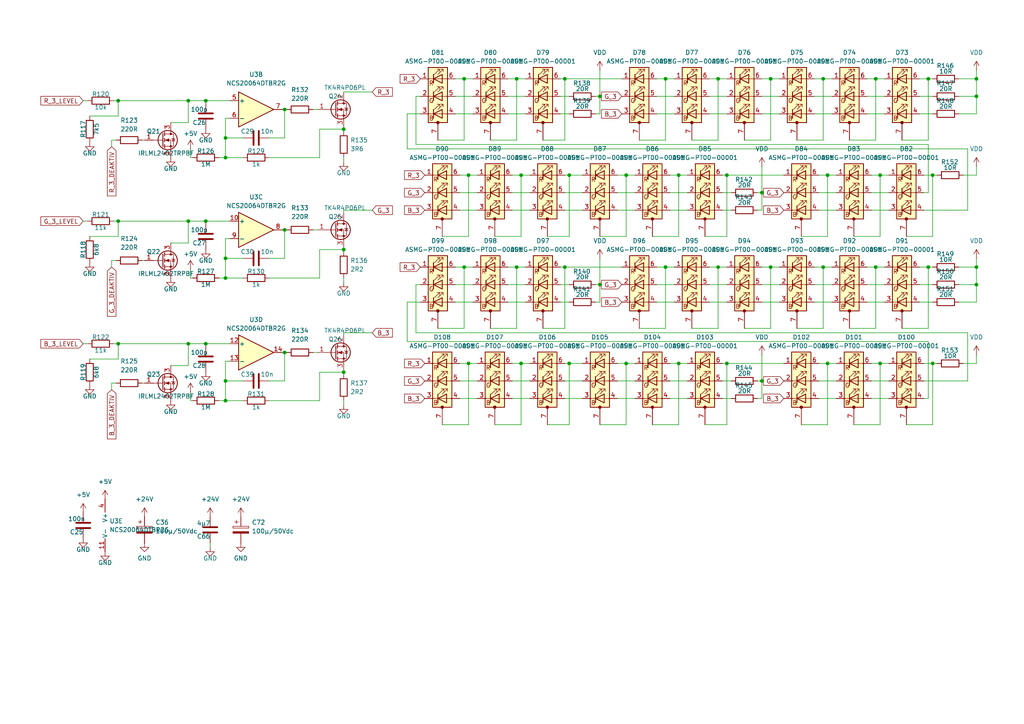
<source format=kicad_sch>
(kicad_sch (version 20250114) (generator "eeschema") (generator_version "9.0")
  (paper "A4")
  (title_block (title "608-Alfactory-Assay-Arena") (date "01.2024") (comment 1 "Optogen Arena RGB LED V1.0") (comment 2 "LED type: ASMG-PT00-00001") (comment 3 "R:625nm, G:525nm, B:460nm, IR:850nm"))
  (junction (at 82.55 102.235))
  (junction (at 223.52 77.47))
  (junction (at 134.62 22.86))
  (junction (at 59.69 64.135))
  (junction (at 151.13 105.41))
  (junction (at 163.83 22.86))
  (junction (at 193.04 22.86))
  (junction (at 210.82 50.8))
  (junction (at 34.29 29.21))
  (junction (at 65.405 116.205))
  (junction (at 193.04 77.47))
  (junction (at 270.51 50.8))
  (junction (at 196.85 50.8))
  (junction (at 240.03 105.41))
  (junction (at 270.51 105.41))
  (junction (at 165.1 50.8))
  (junction (at 238.76 77.47))
  (junction (at 135.89 105.41))
  (junction (at 240.03 50.8))
  (junction (at 208.28 22.86))
  (junction (at 283.21 77.47))
  (junction (at 151.13 50.8))
  (junction (at 283.21 22.86))
  (junction (at 254 77.47))
  (junction (at 82.55 31.75))
  (junction (at 181.61 50.8))
  (junction (at 59.69 99.695))
  (junction (at 134.62 77.47))
  (junction (at 254 22.86))
  (junction (at 173.99 82.55))
  (junction (at 65.405 40.005))
  (junction (at 34.29 64.135))
  (junction (at 173.99 27.94))
  (junction (at 135.89 50.8))
  (junction (at 99.695 107.95))
  (junction (at 220.98 110.49))
  (junction (at 65.405 45.72))
  (junction (at 255.27 105.41))
  (junction (at 54.61 64.135))
  (junction (at 196.85 105.41))
  (junction (at 59.69 29.21))
  (junction (at 208.28 77.47))
  (junction (at 283.21 82.55))
  (junction (at 255.27 50.8))
  (junction (at 210.82 105.41))
  (junction (at 149.86 77.47))
  (junction (at 65.405 80.645))
  (junction (at 238.76 22.86))
  (junction (at 99.695 72.39))
  (junction (at 220.98 55.88))
  (junction (at 269.24 77.47))
  (junction (at 223.52 22.86))
  (junction (at 165.1 105.41))
  (junction (at 99.695 37.465))
  (junction (at 149.86 22.86))
  (junction (at 163.83 77.47))
  (junction (at 283.21 27.94))
  (junction (at 181.61 105.41))
  (junction (at 82.55 66.675))
  (junction (at 54.61 29.21))
  (junction (at 34.29 99.695))
  (junction (at 269.24 22.86))
  (junction (at 65.405 74.93))
  (junction (at 65.405 110.49))
  (junction (at 54.61 99.695))
  (wire (pts (xy 283.21 27.94) (xy 283.21 33.02)))
  (wire (pts (xy 212.09 60.96) (xy 209.55 60.96)))
  (wire (pts (xy 278.13 82.55) (xy 283.21 82.55)))
  (wire (pts (xy 280.67 60.96) (xy 267.97 60.96)))
  (wire (pts (xy 196.85 50.8) (xy 194.31 50.8)))
  (wire (pts (xy 210.82 50.8) (xy 209.55 50.8)))
  (wire (pts (xy 34.29 99.695) (xy 54.61 99.695)))
  (wire (pts (xy 271.78 50.8) (xy 270.51 50.8)))
  (wire (pts (xy 180.34 77.47) (xy 163.83 77.47)))
  (wire (pts (xy 99.695 60.96) (xy 99.695 61.595)))
  (wire (pts (xy 283.21 48.26) (xy 283.21 50.8)))
  (wire (pts (xy 135.89 50.8) (xy 133.35 50.8)))
  (wire (pts (xy 246.38 95.25) (xy 254 95.25)))
  (wire (pts (xy 219.71 115.57) (xy 220.98 115.57)))
  (wire (pts (xy 59.69 99.695) (xy 66.675 99.695)))
  (wire (pts (xy 143.51 68.58) (xy 151.13 68.58)))
  (wire (pts (xy 256.54 77.47) (xy 254 77.47)))
  (wire (pts (xy 257.81 115.57) (xy 252.73 115.57)))
  (wire (pts (xy 59.69 64.135) (xy 66.675 64.135)))
  (wire (pts (xy 269.24 40.64) (xy 269.24 22.86)))
  (wire (pts (xy 241.3 87.63) (xy 236.22 87.63)))
  (wire (pts (xy 32.385 75.565) (xy 33.655 75.565)))
  (wire (pts (xy 210.82 105.41) (xy 209.55 105.41)))
  (wire (pts (xy 34.29 99.695) (xy 33.02 99.695)))
  (wire (pts (xy 199.39 105.41) (xy 196.85 105.41)))
  (wire (pts (xy 283.21 27.94) (xy 283.21 22.86)))
  (wire (pts (xy 70.485 116.205) (xy 65.405 116.205)))
  (wire (pts (xy 270.51 82.55) (xy 266.7 82.55)))
  (wire (pts (xy 70.485 110.49) (xy 65.405 110.49)))
  (wire (pts (xy 280.67 96.52) (xy 280.67 110.49)))
  (wire (pts (xy 137.16 87.63) (xy 132.08 87.63)))
  (wire (pts (xy 121.92 27.94) (xy 120.65 27.94)))
  (wire (pts (xy 99.695 72.39) (xy 99.695 71.755)))
  (wire (pts (xy 168.91 105.41) (xy 165.1 105.41)))
  (wire (pts (xy 121.92 82.55) (xy 120.65 82.55)))
  (wire (pts (xy 242.57 110.49) (xy 237.49 110.49)))
  (wire (pts (xy 63.5 80.645) (xy 65.405 80.645)))
  (wire (pts (xy 280.67 60.96) (xy 280.67 43.18)))
  (wire (pts (xy 208.28 40.64) (xy 208.28 22.86)))
  (wire (pts (xy 219.71 60.96) (xy 220.98 60.96)))
  (wire (pts (xy 99.695 96.52) (xy 107.95 96.52)))
  (wire (pts (xy 199.39 50.8) (xy 196.85 50.8)))
  (wire (pts (xy 270.51 87.63) (xy 266.7 87.63)))
  (wire (pts (xy 173.99 123.19) (xy 181.61 123.19)))
  (wire (pts (xy 262.89 123.19) (xy 270.51 123.19)))
  (wire (pts (xy 34.29 29.21) (xy 33.02 29.21)))
  (wire (pts (xy 70.485 45.72) (xy 65.405 45.72)))
  (wire (pts (xy 165.1 50.8) (xy 165.1 68.58)))
  (wire (pts (xy 181.61 50.8) (xy 179.07 50.8)))
  (wire (pts (xy 54.61 29.21) (xy 59.69 29.21)))
  (wire (pts (xy 138.43 105.41) (xy 135.89 105.41)))
  (wire (pts (xy 54.61 64.135) (xy 59.69 64.135)))
  (wire (pts (xy 223.52 77.47) (xy 223.52 95.25)))
  (wire (pts (xy 78.105 80.645) (xy 92.71 80.645)))
  (wire (pts (xy 184.15 60.96) (xy 179.07 60.96)))
  (wire (pts (xy 242.57 55.88) (xy 237.49 55.88)))
  (wire (pts (xy 165.1 105.41) (xy 163.83 105.41)))
  (wire (pts (xy 240.03 50.8) (xy 237.49 50.8)))
  (wire (pts (xy 60.96 157.48) (xy 60.96 158.75)))
  (wire (pts (xy 153.67 105.41) (xy 151.13 105.41)))
  (wire (pts (xy 199.39 115.57) (xy 194.31 115.57)))
  (wire (pts (xy 168.91 60.96) (xy 163.83 60.96)))
  (wire (pts (xy 184.15 50.8) (xy 181.61 50.8)))
  (wire (pts (xy 223.52 77.47) (xy 220.98 77.47)))
  (wire (pts (xy 271.78 105.41) (xy 270.51 105.41)))
  (wire (pts (xy 81.915 66.675) (xy 82.55 66.675)))
  (wire (pts (xy 269.24 99.06) (xy 118.11 99.06)))
  (wire (pts (xy 153.67 115.57) (xy 148.59 115.57)))
  (wire (pts (xy 134.62 77.47) (xy 132.08 77.47)))
  (wire (pts (xy 81.915 31.75) (xy 82.55 31.75)))
  (wire (pts (xy 196.85 123.19) (xy 196.85 105.41)))
  (wire (pts (xy 173.99 74.93) (xy 173.99 82.55)))
  (wire (pts (xy 215.9 95.25) (xy 223.52 95.25)))
  (wire (pts (xy 143.51 123.19) (xy 151.13 123.19)))
  (wire (pts (xy 92.71 37.465) (xy 99.695 37.465)))
  (wire (pts (xy 65.405 45.72) (xy 65.405 40.005)))
  (wire (pts (xy 118.11 87.63) (xy 118.11 99.06)))
  (wire (pts (xy 189.23 123.19) (xy 196.85 123.19)))
  (wire (pts (xy 138.43 50.8) (xy 135.89 50.8)))
  (wire (pts (xy 204.47 68.58) (xy 210.82 68.58)))
  (wire (pts (xy 90.805 31.75) (xy 92.075 31.75)))
  (wire (pts (xy 270.51 77.47) (xy 269.24 77.47)))
  (wire (pts (xy 241.3 77.47) (xy 238.76 77.47)))
  (wire (pts (xy 241.3 27.94) (xy 236.22 27.94)))
  (wire (pts (xy 215.9 40.64) (xy 223.52 40.64)))
  (wire (pts (xy 204.47 123.19) (xy 210.82 123.19)))
  (wire (pts (xy 199.39 60.96) (xy 194.31 60.96)))
  (wire (pts (xy 168.91 50.8) (xy 165.1 50.8)))
  (wire (pts (xy 168.91 115.57) (xy 163.83 115.57)))
  (wire (pts (xy 257.81 105.41) (xy 255.27 105.41)))
  (wire (pts (xy 26.035 104.14) (xy 34.29 104.14)))
  (wire (pts (xy 153.67 60.96) (xy 148.59 60.96)))
  (wire (pts (xy 24.13 29.21) (xy 25.4 29.21)))
  (wire (pts (xy 168.91 110.49) (xy 163.83 110.49)))
  (wire (pts (xy 152.4 22.86) (xy 149.86 22.86)))
  (wire (pts (xy 163.83 77.47) (xy 162.56 77.47)))
  (wire (pts (xy 152.4 27.94) (xy 147.32 27.94)))
  (wire (pts (xy 65.405 110.49) (xy 65.405 104.775)))
  (wire (pts (xy 41.275 75.565) (xy 41.91 75.565)))
  (wire (pts (xy 120.65 41.91) (xy 269.24 41.91)))
  (wire (pts (xy 120.65 82.55) (xy 120.65 96.52)))
  (wire (pts (xy 107.95 60.96) (xy 99.695 60.96)))
  (wire (pts (xy 163.83 77.47) (xy 163.83 95.25)))
  (wire (pts (xy 59.69 64.135) (xy 59.69 64.77)))
  (wire (pts (xy 254 22.86) (xy 251.46 22.86)))
  (wire (pts (xy 128.27 68.58) (xy 135.89 68.58)))
  (wire (pts (xy 223.52 22.86) (xy 223.52 40.64)))
  (wire (pts (xy 34.29 33.655) (xy 34.29 29.21)))
  (wire (pts (xy 226.06 87.63) (xy 220.98 87.63)))
  (wire (pts (xy 257.81 55.88) (xy 252.73 55.88)))
  (wire (pts (xy 283.21 20.32) (xy 283.21 22.86)))
  (wire (pts (xy 246.38 40.64) (xy 254 40.64)))
  (wire (pts (xy 157.48 95.25) (xy 163.83 95.25)))
  (wire (pts (xy 118.11 33.02) (xy 118.11 43.18)))
  (wire (pts (xy 195.58 27.94) (xy 190.5 27.94)))
  (wire (pts (xy 180.34 22.86) (xy 163.83 22.86)))
  (wire (pts (xy 269.24 77.47) (xy 266.7 77.47)))
  (wire (pts (xy 283.21 22.86) (xy 278.13 22.86)))
  (wire (pts (xy 134.62 40.64) (xy 134.62 22.86)))
  (wire (pts (xy 54.61 35.56) (xy 54.61 29.21)))
  (wire (pts (xy 269.24 95.25) (xy 269.24 77.47)))
  (wire (pts (xy 34.29 104.14) (xy 34.29 99.695)))
  (wire (pts (xy 34.29 64.135) (xy 33.02 64.135)))
  (wire (pts (xy 55.245 116.205) (xy 55.88 116.205)))
  (wire (pts (xy 283.21 102.87) (xy 283.21 105.41)))
  (wire (pts (xy 120.65 96.52) (xy 280.67 96.52)))
  (wire (pts (xy 232.41 123.19) (xy 240.03 123.19)))
  (wire (pts (xy 256.54 87.63) (xy 251.46 87.63)))
  (wire (pts (xy 247.65 68.58) (xy 255.27 68.58)))
  (wire (pts (xy 208.28 95.25) (xy 208.28 77.47)))
  (wire (pts (xy 269.24 41.91) (xy 269.24 55.88)))
  (wire (pts (xy 242.57 50.8) (xy 240.03 50.8)))
  (wire (pts (xy 151.13 68.58) (xy 151.13 50.8)))
  (wire (pts (xy 163.83 22.86) (xy 163.83 40.64)))
  (wire (pts (xy 193.04 40.64) (xy 193.04 22.86)))
  (wire (pts (xy 99.695 108.585) (xy 99.695 107.95)))
  (wire (pts (xy 232.41 68.58) (xy 240.03 68.58)))
  (wire (pts (xy 34.29 29.21) (xy 54.61 29.21)))
  (wire (pts (xy 137.16 77.47) (xy 134.62 77.47)))
  (wire (pts (xy 254 77.47) (xy 251.46 77.47)))
  (wire (pts (xy 78.105 110.49) (xy 82.55 110.49)))
  (wire (pts (xy 270.51 33.02) (xy 266.7 33.02)))
  (wire (pts (xy 165.1 50.8) (xy 163.83 50.8)))
  (wire (pts (xy 184.15 105.41) (xy 181.61 105.41)))
  (wire (pts (xy 26.035 68.58) (xy 34.29 68.58)))
  (wire (pts (xy 280.67 110.49) (xy 267.97 110.49)))
  (wire (pts (xy 269.24 115.57) (xy 267.97 115.57)))
  (wire (pts (xy 152.4 77.47) (xy 149.86 77.47)))
  (wire (pts (xy 92.71 72.39) (xy 99.695 72.39)))
  (wire (pts (xy 65.405 74.93) (xy 65.405 69.215)))
  (wire (pts (xy 151.13 50.8) (xy 148.59 50.8)))
  (wire (pts (xy 220.98 110.49) (xy 219.71 110.49)))
  (wire (pts (xy 173.99 27.94) (xy 172.72 27.94)))
  (wire (pts (xy 90.805 102.235) (xy 92.075 102.235)))
  (wire (pts (xy 32.385 111.125) (xy 33.655 111.125)))
  (wire (pts (xy 269.24 22.86) (xy 266.7 22.86)))
  (wire (pts (xy 165.1 27.94) (xy 162.56 27.94)))
  (wire (pts (xy 59.69 29.21) (xy 59.69 29.845)))
  (wire (pts (xy 99.695 107.95) (xy 99.695 107.315)))
  (wire (pts (xy 78.105 74.93) (xy 82.55 74.93)))
  (wire (pts (xy 149.86 77.47) (xy 147.32 77.47)))
  (wire (pts (xy 70.485 80.645) (xy 65.405 80.645)))
  (wire (pts (xy 135.89 105.41) (xy 133.35 105.41)))
  (wire (pts (xy 82.55 102.235) (xy 83.185 102.235)))
  (wire (pts (xy 138.43 110.49) (xy 133.35 110.49)))
  (wire (pts (xy 283.21 74.93) (xy 283.21 77.47)))
  (wire (pts (xy 55.245 78.105) (xy 55.245 80.645)))
  (wire (pts (xy 165.1 105.41) (xy 165.1 123.19)))
  (wire (pts (xy 231.14 95.25) (xy 238.76 95.25)))
  (wire (pts (xy 193.04 22.86) (xy 190.5 22.86)))
  (wire (pts (xy 173.99 27.94) (xy 173.99 33.02)))
  (wire (pts (xy 41.275 111.125) (xy 41.91 111.125)))
  (wire (pts (xy 65.405 116.205) (xy 65.405 110.49)))
  (wire (pts (xy 32.385 113.03) (xy 32.385 111.125)))
  (wire (pts (xy 240.03 68.58) (xy 240.03 50.8)))
  (wire (pts (xy 193.04 77.47) (xy 190.5 77.47)))
  (wire (pts (xy 208.28 22.86) (xy 205.74 22.86)))
  (wire (pts (xy 121.92 33.02) (xy 118.11 33.02)))
  (wire (pts (xy 34.29 68.58) (xy 34.29 64.135)))
  (wire (pts (xy 151.13 123.19) (xy 151.13 105.41)))
  (wire (pts (xy 238.76 22.86) (xy 236.22 22.86)))
  (wire (pts (xy 220.98 55.88) (xy 219.71 55.88)))
  (wire (pts (xy 262.89 68.58) (xy 270.51 68.58)))
  (wire (pts (xy 283.21 87.63) (xy 278.13 87.63)))
  (wire (pts (xy 32.385 42.545) (xy 32.385 40.64)))
  (wire (pts (xy 26.035 33.655) (xy 34.29 33.655)))
  (wire (pts (xy 195.58 33.02) (xy 190.5 33.02)))
  (wire (pts (xy 255.27 68.58) (xy 255.27 50.8)))
  (wire (pts (xy 196.85 105.41) (xy 194.31 105.41)))
  (wire (pts (xy 269.24 115.57) (xy 269.24 99.06)))
  (wire (pts (xy 173.99 82.55) (xy 172.72 82.55)))
  (wire (pts (xy 65.405 69.215) (xy 66.675 69.215)))
  (wire (pts (xy 280.67 43.18) (xy 118.11 43.18)))
  (wire (pts (xy 65.405 34.29) (xy 66.675 34.29)))
  (wire (pts (xy 41.275 40.64) (xy 41.91 40.64)))
  (wire (pts (xy 121.92 87.63) (xy 118.11 87.63)))
  (wire (pts (xy 165.1 82.55) (xy 162.56 82.55)))
  (wire (pts (xy 270.51 68.58) (xy 270.51 50.8)))
  (wire (pts (xy 82.55 40.005) (xy 82.55 31.75)))
  (wire (pts (xy 238.76 95.25) (xy 238.76 77.47)))
  (wire (pts (xy 270.51 22.86) (xy 269.24 22.86)))
  (wire (pts (xy 49.53 106.045) (xy 54.61 106.045)))
  (wire (pts (xy 195.58 82.55) (xy 190.5 82.55)))
  (wire (pts (xy 210.82 33.02) (xy 205.74 33.02)))
  (wire (pts (xy 254 95.25) (xy 254 77.47)))
  (wire (pts (xy 220.98 55.88) (xy 220.98 60.96)))
  (wire (pts (xy 32.385 77.47) (xy 32.385 75.565)))
  (wire (pts (xy 227.33 50.8) (xy 210.82 50.8)))
  (wire (pts (xy 137.16 27.94) (xy 132.08 27.94)))
  (wire (pts (xy 199.39 110.49) (xy 194.31 110.49)))
  (wire (pts (xy 256.54 27.94) (xy 251.46 27.94)))
  (wire (pts (xy 283.21 50.8) (xy 279.4 50.8)))
  (wire (pts (xy 138.43 60.96) (xy 133.35 60.96)))
  (wire (pts (xy 135.89 68.58) (xy 135.89 50.8)))
  (wire (pts (xy 149.86 40.64) (xy 149.86 22.86)))
  (wire (pts (xy 99.695 45.72) (xy 99.695 46.99)))
  (wire (pts (xy 261.62 40.64) (xy 269.24 40.64)))
  (wire (pts (xy 82.55 66.675) (xy 83.185 66.675)))
  (wire (pts (xy 63.5 116.205) (xy 65.405 116.205)))
  (wire (pts (xy 220.98 110.49) (xy 220.98 115.57)))
  (wire (pts (xy 152.4 82.55) (xy 147.32 82.55)))
  (wire (pts (xy 241.3 82.55) (xy 236.22 82.55)))
  (wire (pts (xy 220.98 102.87) (xy 220.98 110.49)))
  (wire (pts (xy 81.915 102.235) (xy 82.55 102.235)))
  (wire (pts (xy 70.485 40.005) (xy 65.405 40.005)))
  (wire (pts (xy 153.67 110.49) (xy 148.59 110.49)))
  (wire (pts (xy 172.72 33.02) (xy 173.99 33.02)))
  (wire (pts (xy 99.695 116.205) (xy 99.695 117.475)))
  (wire (pts (xy 210.82 87.63) (xy 205.74 87.63)))
  (wire (pts (xy 185.42 95.25) (xy 193.04 95.25)))
  (wire (pts (xy 200.66 40.64) (xy 208.28 40.64)))
  (wire (pts (xy 283.21 105.41) (xy 279.4 105.41)))
  (wire (pts (xy 158.75 123.19) (xy 165.1 123.19)))
  (wire (pts (xy 181.61 105.41) (xy 179.07 105.41)))
  (wire (pts (xy 184.15 110.49) (xy 179.07 110.49)))
  (wire (pts (xy 172.72 87.63) (xy 173.99 87.63)))
  (wire (pts (xy 49.53 35.56) (xy 54.61 35.56)))
  (wire (pts (xy 283.21 33.02) (xy 278.13 33.02)))
  (wire (pts (xy 257.81 110.49) (xy 252.73 110.49)))
  (wire (pts (xy 92.71 45.72) (xy 92.71 37.465)))
  (wire (pts (xy 99.695 26.67) (xy 107.95 26.67)))
  (wire (pts (xy 149.86 95.25) (xy 149.86 77.47)))
  (wire (pts (xy 152.4 87.63) (xy 147.32 87.63)))
  (wire (pts (xy 193.04 95.25) (xy 193.04 77.47)))
  (wire (pts (xy 210.82 82.55) (xy 205.74 82.55)))
  (wire (pts (xy 32.385 40.64) (xy 33.655 40.64)))
  (wire (pts (xy 99.695 73.025) (xy 99.695 72.39)))
  (wire (pts (xy 134.62 22.86) (xy 132.08 22.86)))
  (wire (pts (xy 195.58 87.63) (xy 190.5 87.63)))
  (wire (pts (xy 220.98 48.26) (xy 220.98 55.88)))
  (wire (pts (xy 256.54 82.55) (xy 251.46 82.55)))
  (wire (pts (xy 120.65 27.94) (xy 120.65 41.91)))
  (wire (pts (xy 270.51 27.94) (xy 266.7 27.94)))
  (wire (pts (xy 149.86 22.86) (xy 147.32 22.86)))
  (wire (pts (xy 226.06 22.86) (xy 223.52 22.86)))
  (wire (pts (xy 165.1 33.02) (xy 162.56 33.02)))
  (wire (pts (xy 195.58 77.47) (xy 193.04 77.47)))
  (wire (pts (xy 226.06 27.94) (xy 220.98 27.94)))
  (wire (pts (xy 257.81 50.8) (xy 255.27 50.8)))
  (wire (pts (xy 49.53 70.485) (xy 54.61 70.485)))
  (wire (pts (xy 212.09 115.57) (xy 209.55 115.57)))
  (wire (pts (xy 283.21 77.47) (xy 278.13 77.47)))
  (wire (pts (xy 210.82 77.47) (xy 208.28 77.47)))
  (wire (pts (xy 238.76 40.64) (xy 238.76 22.86)))
  (wire (pts (xy 55.245 80.645) (xy 55.88 80.645)))
  (wire (pts (xy 65.405 104.775) (xy 66.675 104.775)))
  (wire (pts (xy 99.695 80.645) (xy 99.695 81.915)))
  (wire (pts (xy 99.695 96.52) (xy 99.695 97.155)))
  (wire (pts (xy 226.06 77.47) (xy 223.52 77.47)))
  (wire (pts (xy 163.83 22.86) (xy 162.56 22.86)))
  (wire (pts (xy 135.89 123.19) (xy 135.89 105.41)))
  (wire (pts (xy 270.51 105.41) (xy 267.97 105.41)))
  (wire (pts (xy 283.21 77.47) (xy 283.21 82.55)))
  (wire (pts (xy 241.3 33.02) (xy 236.22 33.02)))
  (wire (pts (xy 65.405 80.645) (xy 65.405 74.93)))
  (wire (pts (xy 231.14 40.64) (xy 238.76 40.64)))
  (wire (pts (xy 226.06 33.02) (xy 220.98 33.02)))
  (wire (pts (xy 127 40.64) (xy 134.62 40.64)))
  (wire (pts (xy 184.15 55.88) (xy 179.07 55.88)))
  (wire (pts (xy 242.57 115.57) (xy 237.49 115.57)))
  (wire (pts (xy 153.67 50.8) (xy 151.13 50.8)))
  (wire (pts (xy 185.42 40.64) (xy 193.04 40.64)))
  (wire (pts (xy 153.67 55.88) (xy 148.59 55.88)))
  (wire (pts (xy 82.55 110.49) (xy 82.55 102.235)))
  (wire (pts (xy 212.09 55.88) (xy 209.55 55.88)))
  (wire (pts (xy 55.245 45.72) (xy 55.88 45.72)))
  (wire (pts (xy 257.81 60.96) (xy 252.73 60.96)))
  (wire (pts (xy 59.69 29.21) (xy 66.675 29.21)))
  (wire (pts (xy 152.4 33.02) (xy 147.32 33.02)))
  (wire (pts (xy 269.24 55.88) (xy 267.97 55.88)))
  (wire (pts (xy 92.71 107.95) (xy 99.695 107.95)))
  (wire (pts (xy 99.695 37.465) (xy 99.695 36.83)))
  (wire (pts (xy 54.61 70.485) (xy 54.61 64.135)))
  (wire (pts (xy 142.24 95.25) (xy 149.86 95.25)))
  (wire (pts (xy 158.75 68.58) (xy 165.1 68.58)))
  (wire (pts (xy 138.43 115.57) (xy 133.35 115.57)))
  (wire (pts (xy 189.23 68.58) (xy 196.85 68.58)))
  (wire (pts (xy 157.48 40.64) (xy 163.83 40.64)))
  (wire (pts (xy 92.71 116.205) (xy 92.71 107.95)))
  (wire (pts (xy 78.105 116.205) (xy 92.71 116.205)))
  (wire (pts (xy 242.57 105.41) (xy 240.03 105.41)))
  (wire (pts (xy 256.54 22.86) (xy 254 22.86)))
  (wire (pts (xy 241.3 22.86) (xy 238.76 22.86)))
  (wire (pts (xy 199.39 55.88) (xy 194.31 55.88)))
  (wire (pts (xy 255.27 50.8) (xy 252.73 50.8)))
  (wire (pts (xy 254 40.64) (xy 254 22.86)))
  (wire (pts (xy 99.695 38.1) (xy 99.695 37.465)))
  (wire (pts (xy 24.13 99.695) (xy 25.4 99.695)))
  (wire (pts (xy 173.99 20.32) (xy 173.99 27.94)))
  (wire (pts (xy 261.62 95.25) (xy 269.24 95.25)))
  (wire (pts (xy 181.61 68.58) (xy 181.61 50.8)))
  (wire (pts (xy 210.82 22.86) (xy 208.28 22.86)))
  (wire (pts (xy 240.03 105.41) (xy 237.49 105.41)))
  (wire (pts (xy 55.245 113.665) (xy 55.245 116.205)))
  (wire (pts (xy 240.03 123.19) (xy 240.03 105.41)))
  (wire (pts (xy 128.27 123.19) (xy 135.89 123.19)))
  (wire (pts (xy 210.82 68.58) (xy 210.82 50.8)))
  (wire (pts (xy 238.76 77.47) (xy 236.22 77.47)))
  (wire (pts (xy 55.245 43.18) (xy 55.245 45.72)))
  (wire (pts (xy 137.16 33.02) (xy 132.08 33.02)))
  (wire (pts (xy 34.29 64.135) (xy 54.61 64.135)))
  (wire (pts (xy 92.71 80.645) (xy 92.71 72.39)))
  (wire (pts (xy 165.1 87.63) (xy 162.56 87.63)))
  (wire (pts (xy 196.85 68.58) (xy 196.85 50.8)))
  (wire (pts (xy 210.82 27.94) (xy 205.74 27.94)))
  (wire (pts (xy 270.51 50.8) (xy 267.97 50.8)))
  (wire (pts (xy 212.09 110.49) (xy 209.55 110.49)))
  (wire (pts (xy 137.16 22.86) (xy 134.62 22.86)))
  (wire (pts (xy 82.55 31.75) (xy 83.185 31.75)))
  (wire (pts (xy 127 95.25) (xy 134.62 95.25)))
  (wire (pts (xy 63.5 45.72) (xy 65.405 45.72)))
  (wire (pts (xy 151.13 105.41) (xy 148.59 105.41)))
  (wire (pts (xy 255.27 123.19) (xy 255.27 105.41)))
  (wire (pts (xy 78.105 40.005) (xy 82.55 40.005)))
  (wire (pts (xy 256.54 33.02) (xy 251.46 33.02)))
  (wire (pts (xy 173.99 68.58) (xy 181.61 68.58)))
  (wire (pts (xy 255.27 105.41) (xy 252.73 105.41)))
  (wire (pts (xy 173.99 82.55) (xy 173.99 87.63)))
  (wire (pts (xy 283.21 82.55) (xy 283.21 87.63)))
  (wire (pts (xy 168.91 55.88) (xy 163.83 55.88)))
  (wire (pts (xy 142.24 40.64) (xy 149.86 40.64)))
  (wire (pts (xy 78.105 45.72) (xy 92.71 45.72)))
  (wire (pts (xy 208.28 77.47) (xy 205.74 77.47)))
  (wire (pts (xy 200.66 95.25) (xy 208.28 95.25)))
  (wire (pts (xy 65.405 40.005) (xy 65.405 34.29)))
  (wire (pts (xy 242.57 60.96) (xy 237.49 60.96)))
  (wire (pts (xy 82.55 74.93) (xy 82.55 66.675)))
  (wire (pts (xy 54.61 99.695) (xy 59.69 99.695)))
  (wire (pts (xy 138.43 55.88) (xy 133.35 55.88)))
  (wire (pts (xy 283.21 27.94) (xy 278.13 27.94)))
  (wire (pts (xy 134.62 95.25) (xy 134.62 77.47)))
  (wire (pts (xy 137.16 82.55) (xy 132.08 82.55)))
  (wire (pts (xy 270.51 123.19) (xy 270.51 105.41)))
  (wire (pts (xy 223.52 22.86) (xy 220.98 22.86)))
  (wire (pts (xy 227.33 105.41) (xy 210.82 105.41)))
  (wire (pts (xy 226.06 82.55) (xy 220.98 82.55)))
  (wire (pts (xy 59.69 99.695) (xy 59.69 100.33)))
  (wire (pts (xy 70.485 74.93) (xy 65.405 74.93)))
  (wire (pts (xy 54.61 106.045) (xy 54.61 99.695)))
  (wire (pts (xy 90.805 66.675) (xy 92.075 66.675)))
  (wire (pts (xy 24.13 64.135) (xy 25.4 64.135)))
  (wire (pts (xy 210.82 123.19) (xy 210.82 105.41)))
  (wire (pts (xy 181.61 123.19) (xy 181.61 105.41)))
  (wire (pts (xy 195.58 22.86) (xy 193.04 22.86)))
  (wire (pts (xy 184.15 115.57) (xy 179.07 115.57)))
  (wire (pts (xy 247.65 123.19) (xy 255.27 123.19)))
  (global_label "R_3" (shape input) (at 121.92 77.47 180) (property "Intersheetrefs" "${INTERSHEET_REFS}" (effects (hide yes))))
  (global_label "B_3_DEAKTIV" (shape input) (at 32.385 113.03 270) (property "Intersheetrefs" "${INTERSHEET_REFS}" (effects (hide yes))))
  (global_label "B_3_LEVEL" (shape input) (at 24.13 99.695 180) (property "Intersheetrefs" "${INTERSHEET_REFS}" (effects (hide yes))))
  (global_label "G_3" (shape input) (at 123.19 110.49 180) (property "Intersheetrefs" "${INTERSHEET_REFS}" (effects (hide yes))))
  (global_label "B_3" (shape input) (at 107.95 96.52 0) (property "Intersheetrefs" "${INTERSHEET_REFS}" (effects (hide yes))))
  (global_label "B_3" (shape input) (at 123.19 60.96 180) (property "Intersheetrefs" "${INTERSHEET_REFS}" (effects (hide yes))))
  (global_label "R_3_LEVEL" (shape input) (at 24.13 29.21 180) (property "Intersheetrefs" "${INTERSHEET_REFS}" (effects (hide yes))))
  (global_label "R_3_DEAKTIV" (shape input) (at 32.385 42.545 270) (property "Intersheetrefs" "${INTERSHEET_REFS}" (effects (hide yes))))
  (global_label "B_3" (shape input) (at 180.34 87.63 180) (property "Intersheetrefs" "${INTERSHEET_REFS}" (effects (hide yes))))
  (global_label "B_3" (shape input) (at 227.33 115.57 180) (property "Intersheetrefs" "${INTERSHEET_REFS}" (effects (hide yes))))
  (global_label "G_3" (shape input) (at 227.33 110.49 180) (property "Intersheetrefs" "${INTERSHEET_REFS}" (effects (hide yes))))
  (global_label "G_3" (shape input) (at 180.34 82.55 180) (property "Intersheetrefs" "${INTERSHEET_REFS}" (effects (hide yes))))
  (global_label "R_3" (shape input) (at 123.19 105.41 180) (property "Intersheetrefs" "${INTERSHEET_REFS}" (effects (hide yes))))
  (global_label "B_3" (shape input) (at 227.33 60.96 180) (property "Intersheetrefs" "${INTERSHEET_REFS}" (effects (hide yes))))
  (global_label "B_3" (shape input) (at 123.19 115.57 180) (property "Intersheetrefs" "${INTERSHEET_REFS}" (effects (hide yes))))
  (global_label "G_3" (shape input) (at 227.33 55.88 180) (property "Intersheetrefs" "${INTERSHEET_REFS}" (effects (hide yes))))
  (global_label "G_3_DEAKTIV" (shape input) (at 32.385 77.47 270) (property "Intersheetrefs" "${INTERSHEET_REFS}" (effects (hide yes))))
  (global_label "G_3" (shape input) (at 180.34 27.94 180) (property "Intersheetrefs" "${INTERSHEET_REFS}" (effects (hide yes))))
  (global_label "R_3" (shape input) (at 121.92 22.86 180) (property "Intersheetrefs" "${INTERSHEET_REFS}" (effects (hide yes))))
  (global_label "R_3" (shape input) (at 123.19 50.8 180) (property "Intersheetrefs" "${INTERSHEET_REFS}" (effects (hide yes))))
  (global_label "B_3" (shape input) (at 180.34 33.02 180) (property "Intersheetrefs" "${INTERSHEET_REFS}" (effects (hide yes))))
  (global_label "G_3" (shape input) (at 107.95 60.96 0) (property "Intersheetrefs" "${INTERSHEET_REFS}" (effects (hide yes))))
  (global_label "G_3_LEVEL" (shape input) (at 24.13 64.135 180) (property "Intersheetrefs" "${INTERSHEET_REFS}" (effects (hide yes))))
  (global_label "G_3" (shape input) (at 123.19 55.88 180) (property "Intersheetrefs" "${INTERSHEET_REFS}" (effects (hide yes))))
  (global_label "R_3" (shape input) (at 107.95 26.67 0) (property "Intersheetrefs" "${INTERSHEET_REFS}" (effects (hide yes))))
  (symbol (lib_id "power:GND") (at 30.48 160.02 0) (unit 1)
    (property "Reference" "#PWR0104" (effects (hide yes)))
    (property "Value" "GND" (at 30.48 163.195 0))
    (property "Description" "Power symbol creates a global label with name \"GND\" , ground" (effects (hide yes)))
  )
  (symbol (lib_id "Device:R") (at 37.465 75.565 90) (unit 1)
    (property "Reference" "R124" (at 37.465 69.215 90))
    (property "Value" "220R" (at 37.465 71.755 90))
    (property "Footprint" "Resistor_SMD:R_0805_2012Metric" (effects (hide yes)))
  )
  (symbol (lib_id "power:GND") (at 49.53 45.72 0) (unit 1)
    (property "Reference" "#PWR0109" (effects (hide yes)))
    (property "Value" "GND" (at 49.53 48.895 0))
    (property "Description" "Power symbol creates a global label with name \"GND\" , ground" (effects (hide yes)))
  )
  (symbol (lib_id "power:VDD") (at 220.98 102.87 0) (unit 1)
    (property "Reference" "#PWR0124" (effects (hide yes)))
    (property "Value" "VDD" (at 220.98 97.79 0))
    (property "Description" "Power symbol creates a global label with name \"VDD\"" (effects (hide yes)))
  )
  (symbol (lib_id "power:VDD") (at 283.21 74.93 0) (unit 1)
    (property "Reference" "#PWR0127" (effects (hide yes)))
    (property "Value" "VDD" (at 283.21 69.85 0))
    (property "Description" "Power symbol creates a global label with name \"VDD\"" (effects (hide yes)))
  )
  (symbol (lib_id "Device:Q_NMOS_GDS") (at 97.155 31.75 0) (unit 1)
    (property "Reference" "Q24" (at 95.25 27.94 0) (effects (justify left)))
    (property "Value" "TK4R4P06PL" (at 93.98 25.4 0) (effects (justify left)))
    (property "Footprint" "MGh-Specials:Package_TO-252-2_MGh" (effects (hide yes)))
    (property "Datasheet" "https://www.mouser.de/datasheet/2/408/TK4R4P06PL_datasheet_en_20210127-1142570.pdf" (effects (hide yes)))
  )
  (symbol (lib_id "power:GND") (at 26.035 41.275 0) (unit 1)
    (property "Reference" "#PWR095" (effects (hide yes)))
    (property "Value" "GND" (at 26.035 44.45 0))
    (property "Description" "Power symbol creates a global label with name \"GND\" , ground" (effects (hide yes)))
  )
  (symbol (lib_id "Device:LED_RGB_EP") (at 173.99 110.49 0) (unit 1)
    (property "Reference" "D105" (at 173.99 97.79 0))
    (property "Value" "ASMG-PT00-00001" (at 173.99 100.33 0))
    (property "Footprint" "Broadcom:ASMG-PT00-00001" (effects (hide yes)))
  )
  (symbol (lib_id "Device:LED_RGB_EP") (at 232.41 55.88 0) (unit 1)
    (property "Reference" "D84" (at 232.41 43.18 0))
    (property "Value" "ASMG-PT00-00001" (at 232.41 45.72 0))
    (property "Footprint" "Broadcom:ASMG-PT00-00001" (effects (hide yes)))
  )
  (symbol (lib_id "power:+5V") (at 55.245 78.105 0) (unit 1)
    (property "Reference" "#PWR0113" (effects (hide yes)))
    (property "Value" "+5V" (at 55.245 73.66 0))
    (property "Description" "Power symbol creates a global label with name \"+5V\"" (effects (hide yes)))
  )
  (symbol (lib_id "Device:R") (at 274.32 22.86 90) (unit 1)
    (property "Reference" "R146" (at 274.193 19.05 90))
    (property "Value" "10R" (at 274.32 20.701 90))
    (property "Footprint" "Resistor_SMD:R_1210_3225Metric" (effects (hide yes)))
  )
  (symbol (lib_id "Device:R") (at 274.32 82.55 90) (unit 1)
    (property "Reference" "R150" (at 274.193 78.74 90))
    (property "Value" "20R" (at 274.32 80.391 90))
    (property "Footprint" "Resistor_SMD:R_1210_3225Metric" (effects (hide yes)))
  )
  (symbol (lib_id "Device:LED_RGB_EP") (at 204.47 55.88 0) (unit 1)
    (property "Reference" "D85" (at 204.47 43.18 0))
    (property "Value" "ASMG-PT00-00001" (at 204.47 45.72 0))
    (property "Footprint" "Broadcom:ASMG-PT00-00001" (effects (hide yes)))
  )
  (symbol (lib_id "Device:LED_RGB_EP") (at 200.66 82.55 0) (unit 1)
    (property "Reference" "D95" (at 200.66 69.85 0))
    (property "Value" "ASMG-PT00-00001" (at 200.66 72.39 0))
    (property "Footprint" "Broadcom:ASMG-PT00-00001" (effects (hide yes)))
  )
  (symbol (lib_id "Device:LED_RGB_EP") (at 231.14 27.94 0) (unit 1)
    (property "Reference" "D75" (at 231.14 15.24 0))
    (property "Value" "ASMG-PT00-00001" (at 231.14 17.78 0))
    (property "Footprint" "Broadcom:ASMG-PT00-00001" (effects (hide yes)))
  )
  (symbol (lib_id "Device:R") (at 99.695 112.395 180) (unit 1)
    (property "Reference" "R137" (at 101.6 111.1249 0) (effects (justify right)))
    (property "Value" "2R2" (at 101.6 113.6649 0) (effects (justify right)))
    (property "Footprint" "Resistor_SMD:R_2512_6332Metric_Pad1.40x3.35mm_HandSolder" (effects (hide yes)))
  )
  (symbol (lib_id "Device:R") (at 215.9 55.88 90) (unit 1)
    (property "Reference" "R142" (at 215.773 52.07 90))
    (property "Value" "20R" (at 215.9 53.721 90))
    (property "Footprint" "Resistor_SMD:R_1210_3225Metric" (effects (hide yes)))
  )
  (symbol (lib_id "Device:R") (at 29.21 99.695 90) (unit 1)
    (property "Reference" "R122" (at 29.21 97.79 90))
    (property "Value" "11k" (at 29.21 101.6 90))
    (property "Footprint" "Resistor_SMD:R_0805_2012Metric" (effects (hide yes)))
  )
  (symbol (lib_id "power:VDD") (at 173.99 20.32 0) (unit 1)
    (property "Reference" "#PWR0121" (effects (hide yes)))
    (property "Value" "VDD" (at 173.99 15.24 0))
    (property "Description" "Power symbol creates a global label with name \"VDD\"" (effects (hide yes)))
  )
  (symbol (lib_id "power:GND") (at 26.035 111.76 0) (unit 1)
    (property "Reference" "#PWR097" (effects (hide yes)))
    (property "Value" "GND" (at 26.035 114.935 0))
    (property "Description" "Power symbol creates a global label with name \"GND\" , ground" (effects (hide yes)))
  )
  (symbol (lib_id "power:+24V") (at 60.96 149.86 0) (unit 1)
    (property "Reference" "#PWR0208" (effects (hide yes)))
    (property "Value" "+24V" (at 60.96 144.78 0))
  )
  (symbol (lib_id "power:GND") (at 49.53 116.205 0) (unit 1)
    (property "Reference" "#PWR0111" (effects (hide yes)))
    (property "Value" "GND" (at 49.53 119.38 0))
    (property "Description" "Power symbol creates a global label with name \"GND\" , ground" (effects (hide yes)))
  )
  (symbol (lib_id "Device:R") (at 59.69 116.205 90) (unit 1)
    (property "Reference" "R128" (at 59.69 114.3 90))
    (property "Value" "1M" (at 59.69 118.11 90))
    (property "Footprint" "Resistor_SMD:R_0805_2012Metric" (effects (hide yes)))
  )
  (symbol (lib_id "Device:R") (at 37.465 40.64 90) (unit 1)
    (property "Reference" "R123" (at 37.465 34.925 90))
    (property "Value" "220R" (at 37.465 37.465 90))
    (property "Footprint" "Resistor_SMD:R_0805_2012Metric" (effects (hide yes)))
  )
  (symbol (lib_id "power:GND") (at 59.69 72.39 0) (unit 1)
    (property "Reference" "#PWR0116" (effects (hide yes)))
    (property "Value" "GND" (at 59.69 75.565 0))
    (property "Description" "Power symbol creates a global label with name \"GND\" , ground" (effects (hide yes)))
  )
  (symbol (lib_id "power:GND") (at 59.69 37.465 0) (unit 1)
    (property "Reference" "#PWR0115" (effects (hide yes)))
    (property "Value" "GND" (at 59.69 40.64 0))
    (property "Description" "Power symbol creates a global label with name \"GND\" , ground" (effects (hide yes)))
  )
  (symbol (lib_id "power:VDD") (at 283.21 48.26 0) (unit 1)
    (property "Reference" "#PWR0126" (effects (hide yes)))
    (property "Value" "VDD" (at 283.21 43.18 0))
    (property "Description" "Power symbol creates a global label with name \"VDD\"" (effects (hide yes)))
  )
  (symbol (lib_id "Device:LED_RGB_EP") (at 246.38 82.55 0) (unit 1)
    (property "Reference" "D92" (at 246.38 69.85 0))
    (property "Value" "ASMG-PT00-00001" (at 246.38 72.39 0))
    (property "Footprint" "Broadcom:ASMG-PT00-00001" (effects (hide yes)))
  )
  (symbol (lib_id "power:VDD") (at 220.98 48.26 0) (unit 1)
    (property "Reference" "#PWR0123" (effects (hide yes)))
    (property "Value" "VDD" (at 220.98 43.18 0))
    (property "Description" "Power symbol creates a global label with name \"VDD\"" (effects (hide yes)))
  )
  (symbol (lib_id "Device:R") (at 274.32 27.94 90) (unit 1)
    (property "Reference" "R147" (at 274.193 24.13 90))
    (property "Value" "20R" (at 274.32 25.781 90))
    (property "Footprint" "Resistor_SMD:R_1210_3225Metric" (effects (hide yes)))
  )
  (symbol (lib_id "Device:R") (at 37.465 111.125 90) (unit 1)
    (property "Reference" "R125" (at 37.465 104.775 90))
    (property "Value" "220R" (at 37.465 107.315 90))
    (property "Footprint" "Resistor_SMD:R_0805_2012Metric" (effects (hide yes)))
  )
  (symbol (lib_id "Device:LED_RGB_EP") (at 261.62 82.55 0) (unit 1)
    (property "Reference" "D91" (at 261.62 69.85 0))
    (property "Value" "ASMG-PT00-00001" (at 261.62 72.39 0))
    (property "Footprint" "Broadcom:ASMG-PT00-00001" (effects (hide yes)))
  )
  (symbol (lib_id "Device:R") (at 275.59 50.8 90) (unit 1)
    (property "Reference" "R152" (at 275.463 46.99 90))
    (property "Value" "10R" (at 275.59 48.641 90))
    (property "Footprint" "Resistor_SMD:R_1210_3225Metric" (effects (hide yes)))
  )
  (symbol (lib_id "Device:LED_RGB_EP") (at 262.89 110.49 0) (unit 1)
    (property "Reference" "D100" (at 262.89 97.79 0))
    (property "Value" "ASMG-PT00-00001" (at 262.89 100.33 0))
    (property "Footprint" "Broadcom:ASMG-PT00-00001" (effects (hide yes)))
  )
  (symbol (lib_id "Device:R") (at 275.59 105.41 90) (unit 1)
    (property "Reference" "R153" (at 275.463 101.6 90))
    (property "Value" "10R" (at 275.59 103.251 90))
    (property "Footprint" "Resistor_SMD:R_1210_3225Metric" (effects (hide yes)))
  )
  (symbol (lib_id "Device:LED_RGB_EP") (at 127 82.55 0) (unit 1)
    (property "Reference" "D99" (at 127 69.85 0))
    (property "Value" "ASMG-PT00-00001" (at 127 72.39 0))
    (property "Footprint" "Broadcom:ASMG-PT00-00001" (effects (hide yes)))
  )
  (symbol (lib_id "power:GND") (at 60.96 158.75 0) (unit 1)
    (property "Reference" "#PWR0209" (effects (hide yes)))
    (property "Value" "GND" (at 60.96 161.925 0))
    (property "Description" "Power symbol creates a global label with name \"GND\" , ground" (effects (hide yes)))
  )
  (symbol (lib_id "Device:LED_RGB_EP") (at 232.41 110.49 0) (unit 1)
    (property "Reference" "D102" (at 232.41 97.79 0))
    (property "Value" "ASMG-PT00-00001" (at 232.41 100.33 0))
    (property "Footprint" "Broadcom:ASMG-PT00-00001" (effects (hide yes)))
  )
  (symbol (lib_id "Device:R") (at 215.9 60.96 90) (unit 1)
    (property "Reference" "R143" (at 215.773 57.15 90))
    (property "Value" "20R" (at 215.9 58.801 90))
    (property "Footprint" "Resistor_SMD:R_1210_3225Metric" (effects (hide yes)))
  )
  (symbol (lib_id "Device:C") (at 74.295 110.49 90) (unit 1)
    (property "Reference" "C39" (at 71.755 108.585 90))
    (property "Value" "10n" (at 77.47 108.585 90))
    (property "Footprint" "Capacitor_SMD:C_0805_2012Metric" (effects (hide yes)))
    (property "Description" "Unpolarized capacitor" (effects (hide yes)))
  )
  (symbol (lib_id "Device:C") (at 74.295 40.005 90) (unit 1)
    (property "Reference" "C29" (at 71.755 38.1 90))
    (property "Value" "10n" (at 77.47 38.1 90))
    (property "Footprint" "Capacitor_SMD:C_0805_2012Metric" (effects (hide yes)))
    (property "Description" "Unpolarized capacitor" (effects (hide yes)))
  )
  (symbol (lib_id "Device:R") (at 274.32 87.63 90) (unit 1)
    (property "Reference" "R151" (at 274.193 83.82 90))
    (property "Value" "20R" (at 274.32 85.471 90))
    (property "Footprint" "Resistor_SMD:R_1210_3225Metric" (effects (hide yes)))
  )
  (symbol (lib_id "Device:LED_RGB_EP") (at 127 27.94 0) (unit 1)
    (property "Reference" "D81" (at 127 15.24 0))
    (property "Value" "ASMG-PT00-00001" (at 127 17.78 0))
    (property "Footprint" "Broadcom:ASMG-PT00-00001" (effects (hide yes)))
  )
  (symbol (lib_id "power:GND") (at 24.13 156.21 0) (unit 1)
    (property "Reference" "#PWR094" (effects (hide yes)))
    (property "Value" "GND" (at 24.13 159.385 0))
    (property "Description" "Power symbol creates a global label with name \"GND\" , ground" (effects (hide yes)))
  )
  (symbol (lib_id "Device:LED_RGB_EP") (at 185.42 82.55 0) (unit 1)
    (property "Reference" "D96" (at 185.42 69.85 0))
    (property "Value" "ASMG-PT00-00001" (at 185.42 72.39 0))
    (property "Footprint" "Broadcom:ASMG-PT00-00001" (effects (hide yes)))
  )
  (symbol (lib_id "Device:LED_RGB_EP") (at 173.99 55.88 0) (unit 1)
    (property "Reference" "D87" (at 173.99 43.18 0))
    (property "Value" "ASMG-PT00-00001" (at 173.99 45.72 0))
    (property "Footprint" "Broadcom:ASMG-PT00-00001" (effects (hide yes)))
  )
  (symbol (lib_id "Device:C") (at 59.69 33.655 180) (unit 1)
    (property "Reference" "C26" (at 57.785 35.56 0))
    (property "Value" "100p" (at 57.785 31.75 0))
    (property "Footprint" "Capacitor_SMD:C_0805_2012Metric" (effects (hide yes)))
    (property "Description" "Unpolarized capacitor" (effects (hide yes)))
  )
  (symbol (lib_id "Device:LED_RGB_EP") (at 204.47 110.49 0) (unit 1)
    (property "Reference" "D103" (at 204.47 97.79 0))
    (property "Value" "ASMG-PT00-00001" (at 204.47 100.33 0))
    (property "Footprint" "Broadcom:ASMG-PT00-00001" (effects (hide yes)))
  )
  (symbol (lib_id "Device:R") (at 86.995 31.75 90) (unit 1)
    (property "Reference" "R132" (at 86.995 26.035 90))
    (property "Value" "220R" (at 86.995 28.575 90))
    (property "Footprint" "Resistor_SMD:R_0805_2012Metric" (effects (hide yes)))
  )
  (symbol (lib_id "Device:LED_RGB_EP") (at 158.75 110.49 0) (unit 1)
    (property "Reference" "D106" (at 158.75 97.79 0))
    (property "Value" "ASMG-PT00-00001" (at 158.75 100.33 0))
    (property "Footprint" "Broadcom:ASMG-PT00-00001" (effects (hide yes)))
  )
  (symbol (lib_id "Transistor_FET:BSS138") (at 46.99 75.565 0) (unit 1)
    (property "Reference" "Q22" (at 42.545 73.025 0) (effects (justify left)))
    (property "Value" "IRLML2402TRPBF" (at 40.005 79.375 0) (effects (justify left)))
    (property "Footprint" "Package_TO_SOT_SMD:SOT-23" (effects (hide yes)))
    (property "Datasheet" "https://www.onsemi.com/pub/Collateral/BSS138-D.PDF" (effects (hide yes)))
    (property "Description" "50V Vds, 0.22A Id, N-Channel MOSFET, SOT-23" (effects (hide yes)))
  )
  (symbol (lib_id "Device:LED_RGB_EP") (at 189.23 55.88 0) (unit 1)
    (property "Reference" "D86" (at 189.23 43.18 0))
    (property "Value" "ASMG-PT00-00001" (at 189.23 45.72 0))
    (property "Footprint" "Broadcom:ASMG-PT00-00001" (effects (hide yes)))
  )
  (symbol (lib_id "Device:R") (at 99.695 41.91 180) (unit 1)
    (property "Reference" "R135" (at 101.6 40.6399 0) (effects (justify right)))
    (property "Value" "3R6" (at 101.6 43.1799 0) (effects (justify right)))
    (property "Footprint" "Resistor_SMD:R_2512_6332Metric_Pad1.40x3.35mm_HandSolder" (effects (hide yes)))
  )
  (symbol (lib_id "Transistor_FET:BSS138") (at 46.99 111.125 0) (unit 1)
    (property "Reference" "Q23" (at 42.545 108.585 0) (effects (justify left)))
    (property "Value" "IRLML2402TRPBF" (at 40.005 114.935 0) (effects (justify left)))
    (property "Footprint" "Package_TO_SOT_SMD:SOT-23" (effects (hide yes)))
    (property "Datasheet" "https://www.onsemi.com/pub/Collateral/BSS138-D.PDF" (effects (hide yes)))
    (property "Description" "50V Vds, 0.22A Id, N-Channel MOSFET, SOT-23" (effects (hide yes)))
  )
  (symbol (lib_id "Device:R") (at 168.91 82.55 90) (unit 1)
    (property "Reference" "R140" (at 168.783 78.74 90))
    (property "Value" "20R" (at 168.91 80.391 90))
    (property "Footprint" "Resistor_SMD:R_1210_3225Metric" (effects (hide yes)))
  )
  (symbol (lib_id "power:VDD") (at 283.21 20.32 0) (unit 1)
    (property "Reference" "#PWR0125" (effects (hide yes)))
    (property "Value" "VDD" (at 283.21 15.24 0))
    (property "Description" "Power symbol creates a global label with name \"VDD\"" (effects (hide yes)))
  )
  (symbol (lib_id "Device:R") (at 74.295 45.72 90) (unit 1)
    (property "Reference" "R129" (at 74.295 43.815 90))
    (property "Value" "1k" (at 74.295 47.625 90))
    (property "Footprint" "Resistor_SMD:R_0805_2012Metric" (effects (hide yes)))
  )
  (symbol (lib_id "Device:LED_RGB_EP") (at 157.48 82.55 0) (unit 1)
    (property "Reference" "D97" (at 157.48 69.85 0))
    (property "Value" "ASMG-PT00-00001" (at 157.48 72.39 0))
    (property "Footprint" "Broadcom:ASMG-PT00-00001" (effects (hide yes)))
  )
  (symbol (lib_id "Device:LED_RGB_EP") (at 262.89 55.88 0) (unit 1)
    (property "Reference" "D82" (at 262.89 43.18 0))
    (property "Value" "ASMG-PT00-00001" (at 262.89 45.72 0))
    (property "Footprint" "Broadcom:ASMG-PT00-00001" (effects (hide yes)))
  )
  (symbol (lib_id "Device:C") (at 24.13 152.4 180) (unit 1)
    (property "Reference" "C25" (at 22.225 154.305 0))
    (property "Value" "100n" (at 22.225 150.495 0))
    (property "Footprint" "Capacitor_SMD:C_0805_2012Metric" (effects (hide yes)))
    (property "Description" "Unpolarized capacitor" (effects (hide yes)))
  )
  (symbol (lib_id "power:+24V") (at 69.85 149.86 0) (unit 1)
    (property "Reference" "#PWR0266" (effects (hide yes)))
    (property "Value" "+24V" (at 69.85 144.78 0))
  )
  (symbol (lib_id "Device:C") (at 59.69 104.14 180) (unit 1)
    (property "Reference" "C28" (at 57.785 106.045 0))
    (property "Value" "100p" (at 57.785 102.235 0))
    (property "Footprint" "Capacitor_SMD:C_0805_2012Metric" (effects (hide yes)))
    (property "Description" "Unpolarized capacitor" (effects (hide yes)))
  )
  (symbol (lib_id "Device:C_Polarized") (at 69.85 153.67 0) (unit 1)
    (property "Reference" "C72" (at 73.025 151.511 0) (effects (justify left)))
    (property "Value" "100µ/50Vdc" (at 73.025 154.051 0) (effects (justify left)))
    (property "Footprint" "Capacitor_SMD:CP_Elec_6.3x7.7" (effects (hide yes)))
  )
  (symbol (lib_id "Device:Q_NMOS_GDS") (at 97.155 102.235 0) (unit 1)
    (property "Reference" "Q26" (at 95.25 98.425 0) (effects (justify left)))
    (property "Value" "TK4R4P06PL" (at 93.98 95.885 0) (effects (justify left)))
    (property "Footprint" "MGh-Specials:Package_TO-252-2_MGh" (effects (hide yes)))
    (property "Datasheet" "https://www.mouser.de/datasheet/2/408/TK4R4P06PL_datasheet_en_20210127-1142570.pdf" (effects (hide yes)))
  )
  (symbol (lib_id "Device:R") (at 59.69 80.645 90) (unit 1)
    (property "Reference" "R127" (at 59.69 78.74 90))
    (property "Value" "1M" (at 59.69 82.55 90))
    (property "Footprint" "Resistor_SMD:R_0805_2012Metric" (effects (hide yes)))
  )
  (symbol (lib_id "Device:R") (at 74.295 116.205 90) (unit 1)
    (property "Reference" "R131" (at 74.295 114.3 90))
    (property "Value" "1k" (at 74.295 118.11 90))
    (property "Footprint" "Resistor_SMD:R_0805_2012Metric" (effects (hide yes)))
  )
  (symbol (lib_id "Device:LED_RGB_EP") (at 215.9 27.94 0) (unit 1)
    (property "Reference" "D76" (at 215.9 15.24 0))
    (property "Value" "ASMG-PT00-00001" (at 215.9 17.78 0))
    (property "Footprint" "Broadcom:ASMG-PT00-00001" (effects (hide yes)))
  )
  (symbol (lib_id "Device:LED_RGB_EP") (at 247.65 110.49 0) (unit 1)
    (property "Reference" "D101" (at 247.65 97.79 0))
    (property "Value" "ASMG-PT00-00001" (at 247.65 100.33 0))
    (property "Footprint" "Broadcom:ASMG-PT00-00001" (effects (hide yes)))
  )
  (symbol (lib_id "power:+5V") (at 30.48 144.78 0) (unit 1)
    (property "Reference" "#PWR0102" (effects (hide yes)))
    (property "Value" "+5V" (at 30.48 139.7 0))
    (property "Description" "Power symbol creates a global label with name \"+5V\"" (effects (hide yes)))
  )
  (symbol (lib_id "Device:LED_RGB_EP") (at 143.51 110.49 0) (unit 1)
    (property "Reference" "D107" (at 143.51 97.79 0))
    (property "Value" "ASMG-PT00-00001" (at 143.51 100.33 0))
    (property "Footprint" "Broadcom:ASMG-PT00-00001" (effects (hide yes)))
  )
  (symbol (lib_id "Device:LED_RGB_EP") (at 157.48 27.94 0) (unit 1)
    (property "Reference" "D79" (at 157.48 15.24 0))
    (property "Value" "ASMG-PT00-00001" (at 157.48 17.78 0))
    (property "Footprint" "Broadcom:ASMG-PT00-00001" (effects (hide yes)))
  )
  (symbol (lib_id "Device:R") (at 274.32 77.47 90) (unit 1)
    (property "Reference" "R149" (at 274.193 73.66 90))
    (property "Value" "10R" (at 274.32 75.311 90))
    (property "Footprint" "Resistor_SMD:R_1210_3225Metric" (effects (hide yes)))
  )
  (symbol (lib_id "Device:LED_RGB_EP") (at 231.14 82.55 0) (unit 1)
    (property "Reference" "D93" (at 231.14 69.85 0))
    (property "Value" "ASMG-PT00-00001" (at 231.14 72.39 0))
    (property "Footprint" "Broadcom:ASMG-PT00-00001" (effects (hide yes)))
  )
  (symbol (lib_id "Device:R") (at 168.91 33.02 90) (unit 1)
    (property "Reference" "R139" (at 168.783 29.21 90))
    (property "Value" "20R" (at 168.91 30.861 90))
    (property "Footprint" "Resistor_SMD:R_1210_3225Metric" (effects (hide yes)))
  )
  (symbol (lib_id "Amplifier_Operational:TLV9304xPW") (at 33.02 152.4 0) (unit 5)
    (property "Reference" "U3" (at 31.75 151.1299 0) (effects (justify left)))
    (property "Value" "NCS20064DTBR2G" (at 31.75 153.6699 0) (effects (justify left)))
    (property "Footprint" "Package_SO:TSSOP-14_4.4x5mm_P0.65mm" (effects (hide yes)))
    (property "Datasheet" "https://www.ti.com/lit/ds/symlink/tlv9304.pdf" (effects (hide yes)))
    (property "Description" "40-V, 1-MHz, RRO Operational Amplifiers for Cost-Sensitive Systems, TSSOP-14" (effects (hide yes)))
  )
  (symbol (lib_id "Device:C") (at 74.295 74.93 90) (unit 1)
    (property "Reference" "C30" (at 71.755 73.025 90))
    (property "Value" "10n" (at 77.47 73.025 90))
    (property "Footprint" "Capacitor_SMD:C_0805_2012Metric" (effects (hide yes)))
    (property "Description" "Unpolarized capacitor" (effects (hide yes)))
  )
  (symbol (lib_id "Device:Q_NMOS_GDS") (at 97.155 66.675 0) (unit 1)
    (property "Reference" "Q25" (at 95.25 62.865 0) (effects (justify left)))
    (property "Value" "TK4R4P06PL" (at 93.98 60.325 0) (effects (justify left)))
    (property "Footprint" "MGh-Specials:Package_TO-252-2_MGh" (effects (hide yes)))
    (property "Datasheet" "https://www.mouser.de/datasheet/2/408/TK4R4P06PL_datasheet_en_20210127-1142570.pdf" (effects (hide yes)))
  )
  (symbol (lib_id "Amplifier_Operational:TLV9304xPW") (at 74.295 102.235 0) (unit 4)
    (property "Reference" "U3" (at 74.295 92.71 0))
    (property "Value" "NCS20064DTBR2G" (at 74.295 95.25 0))
    (property "Footprint" "Package_SO:TSSOP-14_4.4x5mm_P0.65mm" (effects (hide yes)))
    (property "Datasheet" "https://www.ti.com/lit/ds/symlink/tlv9304.pdf" (effects (hide yes)))
    (property "Description" "40-V, 1-MHz, RRO Operational Amplifiers for Cost-Sensitive Systems, TSSOP-14" (effects (hide yes)))
  )
  (symbol (lib_id "Device:C_Polarized") (at 41.91 153.67 0) (unit 1)
    (property "Reference" "C36" (at 45.085 151.511 0) (effects (justify left)))
    (property "Value" "100µ/50Vdc" (at 45.085 154.051 0) (effects (justify left)))
    (property "Footprint" "Capacitor_SMD:CP_Elec_6.3x7.7" (effects (hide yes)))
  )
  (symbol (lib_id "Device:R") (at 215.9 115.57 90) (unit 1)
    (property "Reference" "R145" (at 215.773 111.76 90))
    (property "Value" "20R" (at 215.9 113.411 90))
    (property "Footprint" "Resistor_SMD:R_1210_3225Metric" (effects (hide yes)))
  )
  (symbol (lib_id "power:GND") (at 41.91 157.48 0) (unit 1)
    (property "Reference" "#PWR073" (effects (hide yes)))
    (property "Value" "GND" (at 41.91 161.925 0))
  )
  (symbol (lib_id "Device:LED_RGB_EP") (at 128.27 110.49 0) (unit 1)
    (property "Reference" "D108" (at 128.27 97.79 0))
    (property "Value" "ASMG-PT00-00001" (at 128.27 100.33 0))
    (property "Footprint" "Broadcom:ASMG-PT00-00001" (effects (hide yes)))
  )
  (symbol (lib_id "power:+5V") (at 24.13 148.59 0) (unit 1)
    (property "Reference" "#PWR093" (effects (hide yes)))
    (property "Value" "+5V" (at 24.13 143.51 0))
    (property "Description" "Power symbol creates a global label with name \"+5V\"" (effects (hide yes)))
  )
  (symbol (lib_id "Device:R") (at 168.91 87.63 90) (unit 1)
    (property "Reference" "R141" (at 168.783 83.82 90))
    (property "Value" "20R" (at 168.91 85.471 90))
    (property "Footprint" "Resistor_SMD:R_1210_3225Metric" (effects (hide yes)))
  )
  (symbol (lib_id "power:GND") (at 99.695 81.915 0) (unit 1)
    (property "Reference" "#PWR0119" (effects (hide yes)))
    (property "Value" "GND" (at 99.695 85.09 0))
    (property "Description" "Power symbol creates a global label with name \"GND\" , ground" (effects (hide yes)))
  )
  (symbol (lib_id "power:GND") (at 69.85 157.48 0) (unit 1)
    (property "Reference" "#PWR0267" (effects (hide yes)))
    (property "Value" "GND" (at 69.85 161.925 0))
  )
  (symbol (lib_id "Device:R") (at 29.21 29.21 90) (unit 1)
    (property "Reference" "R120" (at 29.21 27.305 90))
    (property "Value" "10k" (at 29.21 31.115 90))
    (property "Footprint" "Resistor_SMD:R_0805_2012Metric" (effects (hide yes)))
  )
  (symbol (lib_id "Amplifier_Operational:TLV9304xPW") (at 74.295 66.675 0) (unit 3)
    (property "Reference" "U3" (at 74.295 57.15 0))
    (property "Value" "NCS20064DTBR2G" (at 74.295 59.69 0))
    (property "Footprint" "Package_SO:TSSOP-14_4.4x5mm_P0.65mm" (effects (hide yes)))
    (property "Datasheet" "https://www.ti.com/lit/ds/symlink/tlv9304.pdf" (effects (hide yes)))
    (property "Description" "40-V, 1-MHz, RRO Operational Amplifiers for Cost-Sensitive Systems, TSSOP-14" (effects (hide yes)))
  )
  (symbol (lib_id "Device:LED_RGB_EP") (at 128.27 55.88 0) (unit 1)
    (property "Reference" "D90" (at 128.27 43.18 0))
    (property "Value" "ASMG-PT00-00001" (at 128.27 45.72 0))
    (property "Footprint" "Broadcom:ASMG-PT00-00001" (effects (hide yes)))
  )
  (symbol (lib_id "Transistor_FET:BSS138") (at 46.99 40.64 0) (unit 1)
    (property "Reference" "Q21" (at 42.545 38.1 0) (effects (justify left)))
    (property "Value" "IRLML2402TRPBF" (at 40.005 44.45 0) (effects (justify left)))
    (property "Footprint" "Package_TO_SOT_SMD:SOT-23" (effects (hide yes)))
    (property "Datasheet" "https://www.onsemi.com/pub/Collateral/BSS138-D.PDF" (effects (hide yes)))
    (property "Description" "50V Vds, 0.22A Id, N-Channel MOSFET, SOT-23" (effects (hide yes)))
  )
  (symbol (lib_id "Device:LED_RGB_EP") (at 189.23 110.49 0) (unit 1)
    (property "Reference" "D104" (at 189.23 97.79 0))
    (property "Value" "ASMG-PT00-00001" (at 189.23 100.33 0))
    (property "Footprint" "Broadcom:ASMG-PT00-00001" (effects (hide yes)))
  )
  (symbol (lib_id "Device:LED_RGB_EP") (at 246.38 27.94 0) (unit 1)
    (property "Reference" "D74" (at 246.38 15.24 0))
    (property "Value" "ASMG-PT00-00001" (at 246.38 17.78 0))
    (property "Footprint" "Broadcom:ASMG-PT00-00001" (effects (hide yes)))
  )
  (symbol (lib_id "Device:LED_RGB_EP") (at 200.66 27.94 0) (unit 1)
    (property "Reference" "D77" (at 200.66 15.24 0))
    (property "Value" "ASMG-PT00-00001" (at 200.66 17.78 0))
    (property "Footprint" "Broadcom:ASMG-PT00-00001" (effects (hide yes)))
  )
  (symbol (lib_id "power:+24V") (at 41.91 149.86 0) (unit 1)
    (property "Reference" "#PWR027" (effects (hide yes)))
    (property "Value" "+24V" (at 41.91 144.78 0))
  )
  (symbol (lib_id "power:VDD") (at 173.99 74.93 0) (unit 1)
    (property "Reference" "#PWR0122" (effects (hide yes)))
    (property "Value" "VDD" (at 173.99 69.85 0))
    (property "Description" "Power symbol creates a global label with name \"VDD\"" (effects (hide yes)))
  )
  (symbol (lib_id "power:VDD") (at 283.21 102.87 0) (unit 1)
    (property "Reference" "#PWR0128" (effects (hide yes)))
    (property "Value" "VDD" (at 283.21 97.79 0))
    (property "Description" "Power symbol creates a global label with name \"VDD\"" (effects (hide yes)))
  )
  (symbol (lib_id "Device:R") (at 26.035 72.39 180) (unit 1)
    (property "Reference" "R118" (at 24.13 72.39 90))
    (property "Value" "6k8" (at 27.94 72.39 90))
    (property "Footprint" "Resistor_SMD:R_0805_2012Metric" (effects (hide yes)))
  )
  (symbol (lib_id "Device:R") (at 74.295 80.645 90) (unit 1)
    (property "Reference" "R130" (at 74.295 78.74 90))
    (property "Value" "1k" (at 74.295 82.55 90))
    (property "Footprint" "Resistor_SMD:R_0805_2012Metric" (effects (hide yes)))
  )
  (symbol (lib_id "Device:R") (at 26.035 37.465 180) (unit 1)
    (property "Reference" "R117" (at 24.13 37.465 90))
    (property "Value" "7k5" (at 27.94 37.465 90))
    (property "Footprint" "Resistor_SMD:R_0805_2012Metric" (effects (hide yes)))
  )
  (symbol (lib_id "power:+5V") (at 55.245 43.18 0) (unit 1)
    (property "Reference" "#PWR0112" (effects (hide yes)))
    (property "Value" "+5V" (at 55.245 38.735 0))
    (property "Description" "Power symbol creates a global label with name \"+5V\"" (effects (hide yes)))
  )
  (symbol (lib_id "Device:LED_RGB_EP") (at 158.75 55.88 0) (unit 1)
    (property "Reference" "D88" (at 158.75 43.18 0))
    (property "Value" "ASMG-PT00-00001" (at 158.75 45.72 0))
    (property "Footprint" "Broadcom:ASMG-PT00-00001" (effects (hide yes)))
  )
  (symbol (lib_id "Device:R") (at 86.995 66.675 90) (unit 1)
    (property "Reference" "R133" (at 86.995 60.325 90))
    (property "Value" "220R" (at 86.995 62.865 90))
    (property "Footprint" "Resistor_SMD:R_0805_2012Metric" (effects (hide yes)))
  )
  (symbol (lib_id "power:GND") (at 49.53 80.645 0) (unit 1)
    (property "Reference" "#PWR0110" (effects (hide yes)))
    (property "Value" "GND" (at 49.53 83.82 0))
    (property "Description" "Power symbol creates a global label with name \"GND\" , ground" (effects (hide yes)))
  )
  (symbol (lib_id "power:GND") (at 99.695 117.475 0) (unit 1)
    (property "Reference" "#PWR0120" (effects (hide yes)))
    (property "Value" "GND" (at 99.695 120.65 0))
    (property "Description" "Power symbol creates a global label with name \"GND\" , ground" (effects (hide yes)))
  )
  (symbol (lib_id "Amplifier_Operational:TLV9304xPW") (at 74.295 31.75 0) (unit 2)
    (property "Reference" "U3" (at 74.295 21.59 0))
    (property "Value" "NCS20064DTBR2G" (at 74.295 24.13 0))
    (property "Footprint" "Package_SO:TSSOP-14_4.4x5mm_P0.65mm" (effects (hide yes)))
    (property "Datasheet" "https://www.ti.com/lit/ds/symlink/tlv9304.pdf" (effects (hide yes)))
    (property "Description" "40-V, 1-MHz, RRO Operational Amplifiers for Cost-Sensitive Systems, TSSOP-14" (effects (hide yes)))
  )
  (symbol (lib_id "Device:LED_RGB_EP") (at 185.42 27.94 0) (unit 1)
    (property "Reference" "D78" (at 185.42 15.24 0))
    (property "Value" "ASMG-PT00-00001" (at 185.42 17.78 0))
    (property "Footprint" "Broadcom:ASMG-PT00-00001" (effects (hide yes)))
  )
  (symbol (lib_id "Device:R") (at 29.21 64.135 90) (unit 1)
    (property "Reference" "R121" (at 29.21 62.23 90))
    (property "Value" "11k" (at 29.21 66.04 90))
    (property "Footprint" "Resistor_SMD:R_0805_2012Metric" (effects (hide yes)))
  )
  (symbol (lib_id "Device:LED_RGB_EP") (at 261.62 27.94 0) (unit 1)
    (property "Reference" "D73" (at 261.62 15.24 0))
    (property "Value" "ASMG-PT00-00001" (at 261.62 17.78 0))
    (property "Footprint" "Broadcom:ASMG-PT00-00001" (effects (hide yes)))
  )
  (symbol (lib_id "Device:LED_RGB_EP") (at 142.24 27.94 0) (unit 1)
    (property "Reference" "D80" (at 142.24 15.24 0))
    (property "Value" "ASMG-PT00-00001" (at 142.24 17.78 0))
    (property "Footprint" "Broadcom:ASMG-PT00-00001" (effects (hide yes)))
  )
  (symbol (lib_id "power:+5V") (at 55.245 113.665 0) (unit 1)
    (property "Reference" "#PWR0114" (effects (hide yes)))
    (property "Value" "+5V" (at 55.245 109.22 0))
    (property "Description" "Power symbol creates a global label with name \"+5V\"" (effects (hide yes)))
  )
  (symbol (lib_id "Device:R") (at 168.91 27.94 90) (unit 1)
    (property "Reference" "R138" (at 168.783 24.13 90))
    (property "Value" "20R" (at 168.91 25.781 90))
    (property "Footprint" "Resistor_SMD:R_1210_3225Metric" (effects (hide yes)))
  )
  (symbol (lib_id "Device:R") (at 274.32 33.02 90) (unit 1)
    (property "Reference" "R148" (at 274.193 29.21 90))
    (property "Value" "20R" (at 274.32 30.861 90))
    (property "Footprint" "Resistor_SMD:R_1210_3225Metric" (effects (hide yes)))
  )
  (symbol (lib_id "Device:LED_RGB_EP") (at 142.24 82.55 0) (unit 1)
    (property "Reference" "D98" (at 142.24 69.85 0))
    (property "Value" "ASMG-PT00-00001" (at 142.24 72.39 0))
    (property "Footprint" "Broadcom:ASMG-PT00-00001" (effects (hide yes)))
  )
  (symbol (lib_id "Device:LED_RGB_EP") (at 215.9 82.55 0) (unit 1)
    (property "Reference" "D94" (at 215.9 69.85 0))
    (property "Value" "ASMG-PT00-00001" (at 215.9 72.39 0))
    (property "Footprint" "Broadcom:ASMG-PT00-00001" (effects (hide yes)))
  )
  (symbol (lib_id "Device:R") (at 99.695 76.835 180) (unit 1)
    (property "Reference" "R136" (at 101.6 75.5649 0) (effects (justify right)))
    (property "Value" "2R2" (at 101.6 78.1049 0) (effects (justify right)))
    (property "Footprint" "Resistor_SMD:R_2512_6332Metric_Pad1.40x3.35mm_HandSolder" (effects (hide yes)))
  )
  (symbol (lib_id "Device:C") (at 60.96 153.67 180) (unit 1)
    (property "Reference" "C66" (at 59.055 155.575 0))
    (property "Value" "4µ7" (at 59.055 151.765 0))
    (property "Footprint" "Capacitor_SMD:C_1206_3216Metric" (effects (hide yes)))
    (property "Description" "Unpolarized capacitor" (effects (hide yes)))
  )
  (symbol (lib_id "Device:LED_RGB_EP") (at 143.51 55.88 0) (unit 1)
    (property "Reference" "D89" (at 143.51 43.18 0))
    (property "Value" "ASMG-PT00-00001" (at 143.51 45.72 0))
    (property "Footprint" "Broadcom:ASMG-PT00-00001" (effects (hide yes)))
  )
  (symbol (lib_id "Device:R") (at 86.995 102.235 90) (unit 1)
    (property "Reference" "R134" (at 86.995 95.885 90))
    (property "Value" "220R" (at 86.995 98.425 90))
    (property "Footprint" "Resistor_SMD:R_0805_2012Metric" (effects (hide yes)))
  )
  (symbol (lib_id "power:GND") (at 99.695 46.99 0) (unit 1)
    (property "Reference" "#PWR0118" (effects (hide yes)))
    (property "Value" "GND" (at 99.695 50.165 0))
    (property "Description" "Power symbol creates a global label with name \"GND\" , ground" (effects (hide yes)))
  )
  (symbol (lib_id "power:GND") (at 59.69 107.95 0) (unit 1)
    (property "Reference" "#PWR0117" (effects (hide yes)))
    (property "Value" "GND" (at 59.69 111.125 0))
    (property "Description" "Power symbol creates a global label with name \"GND\" , ground" (effects (hide yes)))
  )
  (symbol (lib_id "power:GND") (at 26.035 76.2 0) (unit 1)
    (property "Reference" "#PWR096" (effects (hide yes)))
    (property "Value" "GND" (at 26.035 79.375 0))
    (property "Description" "Power symbol creates a global label with name \"GND\" , ground" (effects (hide yes)))
  )
  (symbol (lib_id "Device:C") (at 59.69 68.58 180) (unit 1)
    (property "Reference" "C27" (at 57.785 70.485 0))
    (property "Value" "100p" (at 57.785 66.675 0))
    (property "Footprint" "Capacitor_SMD:C_0805_2012Metric" (effects (hide yes)))
    (property "Description" "Unpolarized capacitor" (effects (hide yes)))
  )
  (symbol (lib_id "Device:LED_RGB_EP") (at 247.65 55.88 0) (unit 1)
    (property "Reference" "D83" (at 247.65 43.18 0))
    (property "Value" "ASMG-PT00-00001" (at 247.65 45.72 0))
    (property "Footprint" "Broadcom:ASMG-PT00-00001" (effects (hide yes)))
  )
  (symbol (lib_id "Device:R") (at 59.69 45.72 90) (unit 1)
    (property "Reference" "R126" (at 59.69 43.815 90))
    (property "Value" "1M" (at 59.69 47.625 90))
    (property "Footprint" "Resistor_SMD:R_0805_2012Metric" (effects (hide yes)))
  )
  (symbol (lib_id "Device:R") (at 26.035 107.95 180) (unit 1)
    (property "Reference" "R119" (at 24.13 107.95 90))
    (property "Value" "6k8" (at 27.94 107.95 90))
    (property "Footprint" "Resistor_SMD:R_0805_2012Metric" (effects (hide yes)))
  )
  (symbol (lib_id "Device:R") (at 215.9 110.49 90) (unit 1)
    (property "Reference" "R144" (at 215.773 106.68 90))
    (property "Value" "20R" (at 215.9 108.331 90))
    (property "Footprint" "Resistor_SMD:R_1210_3225Metric" (effects (hide yes)))
  )
)
</source>
